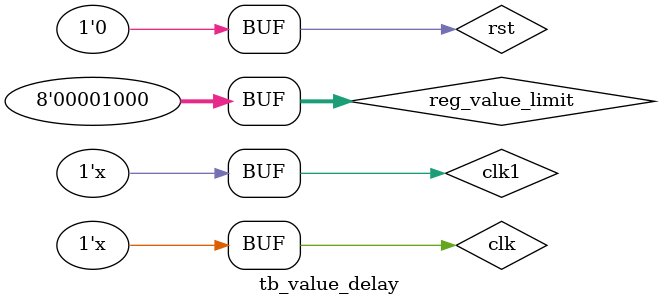
<source format=v>
`timescale 1ns / 1ps

module tb_value_delay();

reg          clk;
reg          clk1;
reg          rst;
reg         v_update;
reg  [7:0]  reg_value_limit;
reg  [7:0]  reg_amp_vv;
wire [7:0]  o;
wire 	   reg_vol_irq_valid;

always #10 clk =~clk;
always #20 clk1 =~clk1;


initial begin
	clk =0;
	clk1=0;
	rst =1;
	reg_value_limit =8'h22;
	#40 
	rst =0;
	#500
	reg_value_limit =8'h08;
end


always@(posedge clk)
	if(rst) begin 
		v_update   <= 0;
		reg_amp_vv <= 0;
	end 
	else if(clk1) begin 
		reg_amp_vv <= reg_amp_vv+1;
		v_update   <= 1;
	end
	else begin
		v_update   <= 0;
    end		
		
value_delay #(.LEVEL(3),.RST_V(0),.BIT_WID(8))sdip_reg_amp_vv_delay
(
.clk		    (clk             ),
.rst		    (rst             ),
.value_update   (v_update        ),
.i				(reg_amp_vv     ),
.o				(o		        ),
.reg_value_limit(reg_value_limit),
.irq_valid		(reg_vol_irq_valid));	


        

endmodule

</source>
